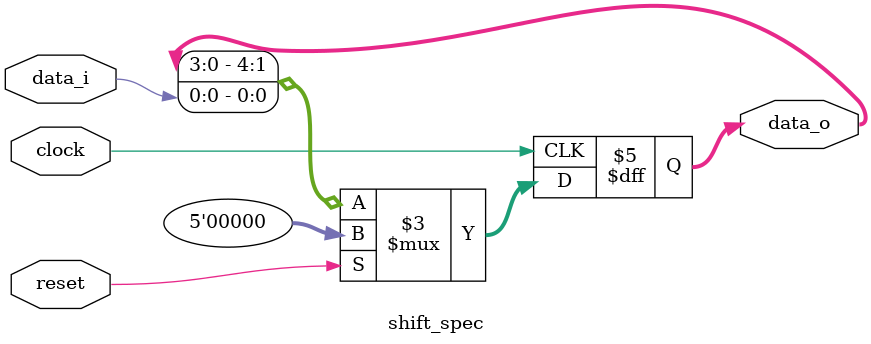
<source format=v>
module shift_spec(
    input [0:0] clock,
    input [0:0] reset,
    input [0:0] data_i,
    output reg [4:0] data_o
);

always @(posedge clock) begin
    if (reset) begin
        data_o <= 5'b00000; // Reset to 0
    end else begin
        data_o <= {data_o[3:0], data_i}; // Shift left and insert data_i
    end
end

endmodule

</source>
